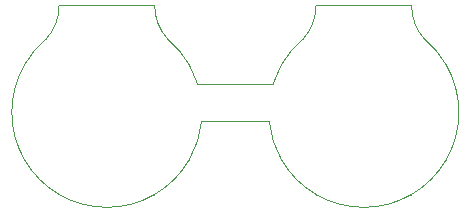
<source format=gko>
G04*
G04 #@! TF.GenerationSoftware,Altium Limited,Altium Designer,19.1.5 (86)*
G04*
G04 Layer_Color=16711935*
%FSAX44Y44*%
%MOMM*%
G71*
G01*
G75*
%ADD16C,0.1000*%
D16*
X-00783982Y-00768998D02*
G03*
X-00743730Y-00779784I00040252J00069718D01*
G01*
D02*
G03*
X-00703478Y-00768998I00000000J00080504D01*
G01*
X-00703478D02*
G03*
X-00674012Y-00739532I-00040252J00069718D01*
G01*
Y-00739532D02*
G03*
X-00663574Y-00706756I-00069718J00040252D01*
G01*
X-00606378D02*
G03*
X-00595940Y-00739532I00080156J00007476D01*
G01*
Y-00739532D02*
G03*
X-00566474Y-00768998I00069718J00040252D01*
G01*
X-00566474D02*
G03*
X-00526222Y-00779784I00040252J00069718D01*
G01*
D02*
G03*
X-00485970Y-00768998I00000000J00080504D01*
G01*
X-00485970D02*
G03*
X-00456504Y-00739532I-00040252J00069718D01*
G01*
Y-00739532D02*
G03*
X-00445718Y-00699280I-00069718J00040252D01*
G01*
D02*
G03*
X-00456504Y-00659028I-00080504J00000000D01*
G01*
D02*
G03*
X-00474791Y-00637347I-00069718J-00040252D01*
G01*
X-00485718Y-00609280D02*
G03*
X-00474791Y-00637347I00041509J00000000D01*
G01*
X-00485718Y-00609280D02*
G03*
X-00486222Y-00608776I-00000504J00000000D01*
G01*
X-00566222D02*
G03*
X-00566726Y-00609280I00000000J-00000504D01*
G01*
X-00577653Y-00637347D02*
G03*
X-00566726Y-00609280I-00030582J00028067D01*
G01*
X-00577653Y-00637347D02*
G03*
X-00595940Y-00659028I00051431J-00061933D01*
G01*
D02*
G03*
X-00603183Y-00675661I00069718J-00040252D01*
G01*
D02*
G03*
X-00603201Y-00675747I00000482J-00000148D01*
G01*
X-00666729Y-00675792D02*
G03*
X-00674012Y-00659028I-00077001J-00023488D01*
G01*
D02*
G03*
X-00692299Y-00637347I-00069718J-00040252D01*
G01*
X-00703226Y-00609280D02*
G03*
X-00692299Y-00637347I00041509J00000000D01*
G01*
X-00703226Y-00609280D02*
G03*
X-00703730Y-00608776I-00000504J00000000D01*
G01*
X-00783730D02*
G03*
X-00784234Y-00609280I00000000J-00000504D01*
G01*
X-00795161Y-00637347D02*
G03*
X-00784234Y-00609280I-00030582J00028067D01*
G01*
X-00795161Y-00637347D02*
G03*
X-00813448Y-00659028I00051431J-00061933D01*
G01*
D02*
G03*
X-00824234Y-00699280I00069718J-00040252D01*
G01*
D02*
G03*
X-00813448Y-00739532I00080504J00000000D01*
G01*
Y-00739532D02*
G03*
X-00783982Y-00768998I00069718J00040252D01*
G01*
X-00703478D02*
X-00703478D01*
X-00674012Y-00739532D02*
Y-00739532D01*
X-00663574Y-00706756D02*
X-00606378D01*
X-00595940Y-00739532D02*
Y-00739532D01*
X-00566474Y-00768998D02*
X-00566474D01*
X-00485970D02*
X-00485970D01*
X-00456504Y-00739532D02*
Y-00739532D01*
X-00474791Y-00637347D02*
X-00474791Y-00637347D01*
X-00566222Y-00608776D02*
X-00486222D01*
X-00577653Y-00637347D02*
X-00577653Y-00637347D01*
X-00666729Y-00675792D02*
X-00603201Y-00675747D01*
X-00692299Y-00637347D02*
X-00692299Y-00637347D01*
X-00783730Y-00608776D02*
X-00703730D01*
X-00795161Y-00637347D02*
X-00795161Y-00637347D01*
X-00813448Y-00739532D02*
Y-00739532D01*
M02*

</source>
